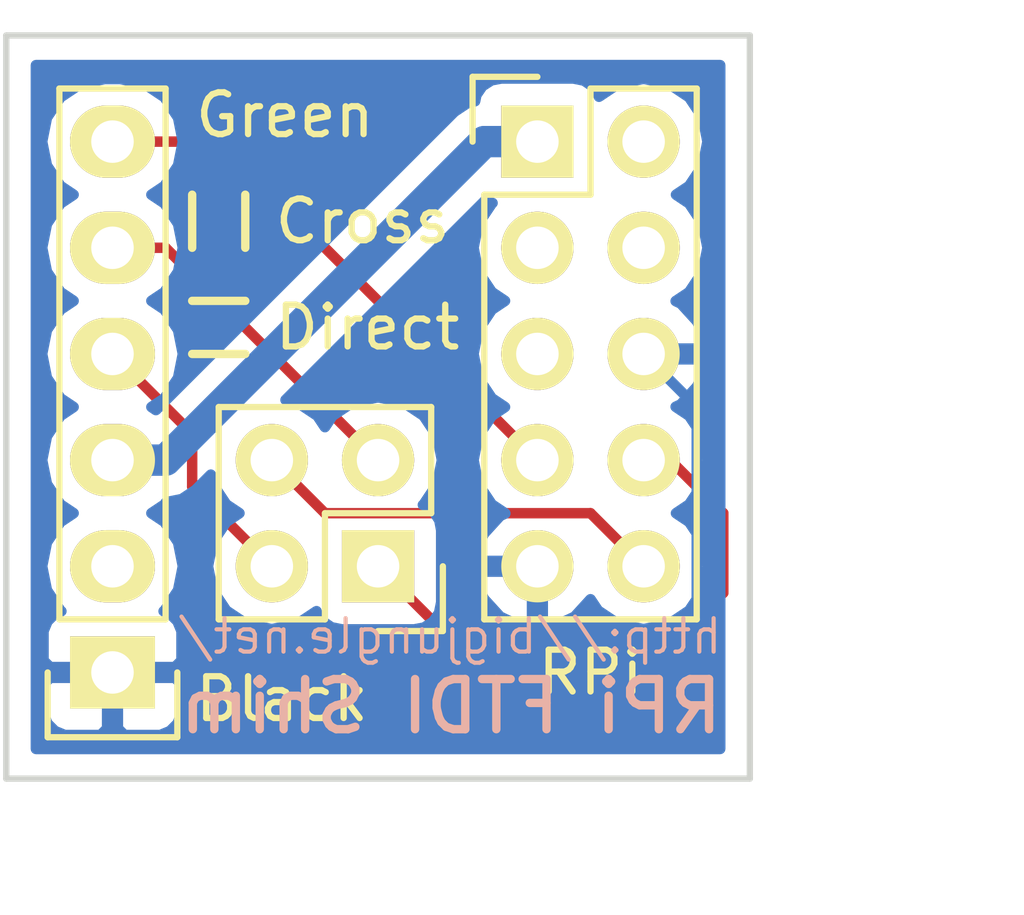
<source format=kicad_pcb>
(kicad_pcb (version 4) (host pcbnew "(2015-09-10 BZR 6177, Git 24409c6)-product")

  (general
    (links 8)
    (no_connects 0)
    (area 126.924999 101.524999 144.855001 119.455001)
    (thickness 1.6)
    (drawings 16)
    (tracks 30)
    (zones 0)
    (modules 3)
    (nets 8)
  )

  (page A4)
  (layers
    (0 F.Cu signal)
    (31 B.Cu signal)
    (32 B.Adhes user)
    (33 F.Adhes user)
    (34 B.Paste user)
    (35 F.Paste user)
    (36 B.SilkS user)
    (37 F.SilkS user)
    (38 B.Mask user)
    (39 F.Mask user)
    (40 Dwgs.User user)
    (41 Cmts.User user)
    (42 Eco1.User user)
    (43 Eco2.User user)
    (44 Edge.Cuts user)
    (45 Margin user)
    (46 B.CrtYd user)
    (47 F.CrtYd user)
    (48 B.Fab user)
    (49 F.Fab user)
  )

  (setup
    (last_trace_width 0.25)
    (trace_clearance 0.2)
    (zone_clearance 0.508)
    (zone_45_only no)
    (trace_min 0.2)
    (segment_width 0.2)
    (edge_width 0.15)
    (via_size 0.6)
    (via_drill 0.4)
    (via_min_size 0.4)
    (via_min_drill 0.3)
    (uvia_size 0.3)
    (uvia_drill 0.1)
    (uvias_allowed no)
    (uvia_min_size 0.2)
    (uvia_min_drill 0.1)
    (pcb_text_width 0.3)
    (pcb_text_size 1.5 1.5)
    (mod_edge_width 0.15)
    (mod_text_size 1 1)
    (mod_text_width 0.15)
    (pad_size 1.524 1.524)
    (pad_drill 0.762)
    (pad_to_mask_clearance 0.2)
    (aux_axis_origin 0 0)
    (visible_elements 7FFDFFFF)
    (pcbplotparams
      (layerselection 0x00030_80000001)
      (usegerberextensions false)
      (excludeedgelayer true)
      (linewidth 0.100000)
      (plotframeref false)
      (viasonmask false)
      (mode 1)
      (useauxorigin false)
      (hpglpennumber 1)
      (hpglpenspeed 20)
      (hpglpendiameter 15)
      (hpglpenoverlay 2)
      (psnegative false)
      (psa4output false)
      (plotreference true)
      (plotvalue true)
      (plotinvisibletext false)
      (padsonsilk false)
      (subtractmaskfromsilk false)
      (outputformat 1)
      (mirror false)
      (drillshape 1)
      (scaleselection 1)
      (outputdirectory ""))
  )

  (net 0 "")
  (net 1 "Net-(JP1-Pad1)")
  (net 2 "Net-(JP1-Pad7)")
  (net 3 "Net-(JP1-Pad8)")
  (net 4 "Net-(JP1-Pad10)")
  (net 5 "Net-(JP2-Pad4)")
  (net 6 "Net-(JP2-Pad5)")
  (net 7 GND)

  (net_class Default "This is the default net class."
    (clearance 0.2)
    (trace_width 0.25)
    (via_dia 0.6)
    (via_drill 0.4)
    (uvia_dia 0.3)
    (uvia_drill 0.1)
    (add_net GND)
    (add_net "Net-(JP1-Pad10)")
    (add_net "Net-(JP1-Pad7)")
    (add_net "Net-(JP1-Pad8)")
    (add_net "Net-(JP2-Pad4)")
    (add_net "Net-(JP2-Pad5)")
  )

  (net_class Power ""
    (clearance 0.2)
    (trace_width 0.75)
    (via_dia 0.6)
    (via_drill 0.4)
    (uvia_dia 0.3)
    (uvia_drill 0.1)
    (add_net "Net-(JP1-Pad1)")
  )

  (module Pin_Headers:Pin_Header_Straight_2x05 (layer F.Cu) (tedit 560F7C00) (tstamp 560EE4D5)
    (at 139.7 104.14)
    (descr "Through hole pin header")
    (tags "pin header")
    (path /560D9F72)
    (fp_text reference JP1 (at 1.27 -2.54) (layer F.Fab)
      (effects (font (size 1 1) (thickness 0.15)))
    )
    (fp_text value RPi (at 1.27 12.7) (layer F.SilkS)
      (effects (font (size 1 1) (thickness 0.15)))
    )
    (fp_line (start -1.75 -1.75) (end -1.75 11.95) (layer F.CrtYd) (width 0.05))
    (fp_line (start 4.3 -1.75) (end 4.3 11.95) (layer F.CrtYd) (width 0.05))
    (fp_line (start -1.75 -1.75) (end 4.3 -1.75) (layer F.CrtYd) (width 0.05))
    (fp_line (start -1.75 11.95) (end 4.3 11.95) (layer F.CrtYd) (width 0.05))
    (fp_line (start 3.81 -1.27) (end 3.81 11.43) (layer F.SilkS) (width 0.15))
    (fp_line (start 3.81 11.43) (end -1.27 11.43) (layer F.SilkS) (width 0.15))
    (fp_line (start -1.27 11.43) (end -1.27 1.27) (layer F.SilkS) (width 0.15))
    (fp_line (start 3.81 -1.27) (end 1.27 -1.27) (layer F.SilkS) (width 0.15))
    (fp_line (start 0 -1.55) (end -1.55 -1.55) (layer F.SilkS) (width 0.15))
    (fp_line (start 1.27 -1.27) (end 1.27 1.27) (layer F.SilkS) (width 0.15))
    (fp_line (start 1.27 1.27) (end -1.27 1.27) (layer F.SilkS) (width 0.15))
    (fp_line (start -1.55 -1.55) (end -1.55 0) (layer F.SilkS) (width 0.15))
    (pad 1 thru_hole rect (at 0 0) (size 1.7272 1.7272) (drill 1.016) (layers *.Cu *.Mask F.SilkS)
      (net 1 "Net-(JP1-Pad1)"))
    (pad 2 thru_hole oval (at 2.54 0) (size 1.7272 1.7272) (drill 1.016) (layers *.Cu *.Mask F.SilkS))
    (pad 3 thru_hole oval (at 0 2.54) (size 1.7272 1.7272) (drill 1.016) (layers *.Cu *.Mask F.SilkS))
    (pad 4 thru_hole oval (at 2.54 2.54) (size 1.7272 1.7272) (drill 1.016) (layers *.Cu *.Mask F.SilkS))
    (pad 5 thru_hole oval (at 0 5.08) (size 1.7272 1.7272) (drill 1.016) (layers *.Cu *.Mask F.SilkS))
    (pad 6 thru_hole oval (at 2.54 5.08) (size 1.7272 1.7272) (drill 1.016) (layers *.Cu *.Mask F.SilkS)
      (net 7 GND))
    (pad 7 thru_hole oval (at 0 7.62) (size 1.7272 1.7272) (drill 1.016) (layers *.Cu *.Mask F.SilkS)
      (net 2 "Net-(JP1-Pad7)"))
    (pad 8 thru_hole oval (at 2.54 7.62) (size 1.7272 1.7272) (drill 1.016) (layers *.Cu *.Mask F.SilkS)
      (net 3 "Net-(JP1-Pad8)"))
    (pad 9 thru_hole oval (at 0 10.16) (size 1.7272 1.7272) (drill 1.016) (layers *.Cu *.Mask F.SilkS)
      (net 7 GND))
    (pad 10 thru_hole oval (at 2.54 10.16) (size 1.7272 1.7272) (drill 1.016) (layers *.Cu *.Mask F.SilkS)
      (net 4 "Net-(JP1-Pad10)"))
    (model Pin_Headers.3dshapes/Pin_Header_Straight_2x05.wrl
      (at (xyz 0.05 -0.2 0))
      (scale (xyz 1 1 1))
      (rotate (xyz 0 0 90))
    )
  )

  (module Pin_Headers:Pin_Header_Straight_1x06 (layer F.Cu) (tedit 560F7C09) (tstamp 560EE4DF)
    (at 129.54 116.84 180)
    (descr "Through hole pin header")
    (tags "pin header")
    (path /560D9F97)
    (fp_text reference JP2 (at 0 15.24 180) (layer F.Fab)
      (effects (font (size 1 1) (thickness 0.15)))
    )
    (fp_text value FTDI (at 0 16.51 180) (layer F.Fab)
      (effects (font (size 1 1) (thickness 0.15)))
    )
    (fp_line (start -1.75 -1.75) (end -1.75 14.45) (layer F.CrtYd) (width 0.05))
    (fp_line (start 1.75 -1.75) (end 1.75 14.45) (layer F.CrtYd) (width 0.05))
    (fp_line (start -1.75 -1.75) (end 1.75 -1.75) (layer F.CrtYd) (width 0.05))
    (fp_line (start -1.75 14.45) (end 1.75 14.45) (layer F.CrtYd) (width 0.05))
    (fp_line (start 1.27 1.27) (end 1.27 13.97) (layer F.SilkS) (width 0.15))
    (fp_line (start 1.27 13.97) (end -1.27 13.97) (layer F.SilkS) (width 0.15))
    (fp_line (start -1.27 13.97) (end -1.27 1.27) (layer F.SilkS) (width 0.15))
    (fp_line (start 1.55 -1.55) (end 1.55 0) (layer F.SilkS) (width 0.15))
    (fp_line (start 1.27 1.27) (end -1.27 1.27) (layer F.SilkS) (width 0.15))
    (fp_line (start -1.55 0) (end -1.55 -1.55) (layer F.SilkS) (width 0.15))
    (fp_line (start -1.55 -1.55) (end 1.55 -1.55) (layer F.SilkS) (width 0.15))
    (pad 1 thru_hole rect (at 0 0 180) (size 2.032 1.7272) (drill 1.016) (layers *.Cu *.Mask F.SilkS)
      (net 7 GND))
    (pad 2 thru_hole oval (at 0 2.54 180) (size 2.032 1.7272) (drill 1.016) (layers *.Cu *.Mask F.SilkS))
    (pad 3 thru_hole oval (at 0 5.08 180) (size 2.032 1.7272) (drill 1.016) (layers *.Cu *.Mask F.SilkS)
      (net 1 "Net-(JP1-Pad1)"))
    (pad 4 thru_hole oval (at 0 7.62 180) (size 2.032 1.7272) (drill 1.016) (layers *.Cu *.Mask F.SilkS)
      (net 5 "Net-(JP2-Pad4)"))
    (pad 5 thru_hole oval (at 0 10.16 180) (size 2.032 1.7272) (drill 1.016) (layers *.Cu *.Mask F.SilkS)
      (net 6 "Net-(JP2-Pad5)"))
    (pad 6 thru_hole oval (at 0 12.7 180) (size 2.032 1.7272) (drill 1.016) (layers *.Cu *.Mask F.SilkS)
      (net 2 "Net-(JP1-Pad7)"))
    (model Pin_Headers.3dshapes/Pin_Header_Straight_1x06.wrl
      (at (xyz 0 -0.25 0))
      (scale (xyz 1 1 1))
      (rotate (xyz 0 0 90))
    )
  )

  (module Pin_Headers:Pin_Header_Straight_2x02 (layer F.Cu) (tedit 560F7C15) (tstamp 560EE4E7)
    (at 135.89 114.3 180)
    (descr "Through hole pin header")
    (tags "pin header")
    (path /560E317D)
    (fp_text reference JP3 (at 1.27 -2.54 180) (layer F.Fab)
      (effects (font (size 1 1) (thickness 0.15)))
    )
    (fp_text value Config (at 1.27 -3.81 180) (layer F.Fab)
      (effects (font (size 1 1) (thickness 0.15)))
    )
    (fp_line (start -1.75 -1.75) (end -1.75 4.3) (layer F.CrtYd) (width 0.05))
    (fp_line (start 4.3 -1.75) (end 4.3 4.3) (layer F.CrtYd) (width 0.05))
    (fp_line (start -1.75 -1.75) (end 4.3 -1.75) (layer F.CrtYd) (width 0.05))
    (fp_line (start -1.75 4.3) (end 4.3 4.3) (layer F.CrtYd) (width 0.05))
    (fp_line (start -1.55 0) (end -1.55 -1.55) (layer F.SilkS) (width 0.15))
    (fp_line (start 0 -1.55) (end -1.55 -1.55) (layer F.SilkS) (width 0.15))
    (fp_line (start -1.27 1.27) (end 1.27 1.27) (layer F.SilkS) (width 0.15))
    (fp_line (start 1.27 1.27) (end 1.27 -1.27) (layer F.SilkS) (width 0.15))
    (fp_line (start 1.27 -1.27) (end 3.81 -1.27) (layer F.SilkS) (width 0.15))
    (fp_line (start 3.81 -1.27) (end 3.81 3.81) (layer F.SilkS) (width 0.15))
    (fp_line (start 3.81 3.81) (end -1.27 3.81) (layer F.SilkS) (width 0.15))
    (fp_line (start -1.27 3.81) (end -1.27 1.27) (layer F.SilkS) (width 0.15))
    (pad 1 thru_hole rect (at 0 0 180) (size 1.7272 1.7272) (drill 1.016) (layers *.Cu *.Mask F.SilkS)
      (net 3 "Net-(JP1-Pad8)"))
    (pad 2 thru_hole oval (at 2.54 0 180) (size 1.7272 1.7272) (drill 1.016) (layers *.Cu *.Mask F.SilkS)
      (net 5 "Net-(JP2-Pad4)"))
    (pad 3 thru_hole oval (at 0 2.54 180) (size 1.7272 1.7272) (drill 1.016) (layers *.Cu *.Mask F.SilkS)
      (net 6 "Net-(JP2-Pad5)"))
    (pad 4 thru_hole oval (at 2.54 2.54 180) (size 1.7272 1.7272) (drill 1.016) (layers *.Cu *.Mask F.SilkS)
      (net 4 "Net-(JP1-Pad10)"))
    (model Pin_Headers.3dshapes/Pin_Header_Straight_2x02.wrl
      (at (xyz 0.05 -0.05 0))
      (scale (xyz 1 1 1))
      (rotate (xyz 0 0 90))
    )
  )

  (dimension 17.78 (width 0.3) (layer Dwgs.User)
    (gr_text "17.780 mm" (at 135.89 123.269999) (layer Dwgs.User)
      (effects (font (size 1.5 1.5) (thickness 0.3)))
    )
    (feature1 (pts (xy 144.78 119.38) (xy 144.78 124.619999)))
    (feature2 (pts (xy 127 119.38) (xy 127 124.619999)))
    (crossbar (pts (xy 127 121.919999) (xy 144.78 121.919999)))
    (arrow1a (pts (xy 144.78 121.919999) (xy 143.653496 122.50642)))
    (arrow1b (pts (xy 144.78 121.919999) (xy 143.653496 121.333578)))
    (arrow2a (pts (xy 127 121.919999) (xy 128.126504 122.50642)))
    (arrow2b (pts (xy 127 121.919999) (xy 128.126504 121.333578)))
  )
  (dimension 17.78 (width 0.3) (layer Dwgs.User)
    (gr_text "17.780 mm" (at 148.67 110.49 270) (layer Dwgs.User)
      (effects (font (size 1.5 1.5) (thickness 0.3)))
    )
    (feature1 (pts (xy 144.78 119.38) (xy 150.02 119.38)))
    (feature2 (pts (xy 144.78 101.6) (xy 150.02 101.6)))
    (crossbar (pts (xy 147.32 101.6) (xy 147.32 119.38)))
    (arrow1a (pts (xy 147.32 119.38) (xy 146.733579 118.253496)))
    (arrow1b (pts (xy 147.32 119.38) (xy 147.906421 118.253496)))
    (arrow2a (pts (xy 147.32 101.6) (xy 146.733579 102.726504)))
    (arrow2b (pts (xy 147.32 101.6) (xy 147.906421 102.726504)))
  )
  (gr_line (start 127 119.38) (end 144.78 119.38) (angle 90) (layer Edge.Cuts) (width 0.15))
  (gr_line (start 127 101.6) (end 127 119.38) (angle 90) (layer Edge.Cuts) (width 0.15))
  (gr_line (start 144.78 101.6) (end 127 101.6) (angle 90) (layer Edge.Cuts) (width 0.15))
  (gr_line (start 144.78 119.38) (end 144.78 101.6) (angle 90) (layer Edge.Cuts) (width 0.15))
  (gr_text http://bigjungle.net/ (at 144.1704 115.9764) (layer B.SilkS)
    (effects (font (size 0.8 0.8) (thickness 0.1)) (justify left mirror))
  )
  (gr_text "RPi FTDI Shim" (at 144.2212 117.6528) (layer B.SilkS)
    (effects (font (size 1.2 1.2) (thickness 0.2)) (justify left mirror))
  )
  (gr_text Cross (at 133.35 106.045) (layer F.SilkS)
    (effects (font (size 1 1) (thickness 0.15)) (justify left))
  )
  (gr_text Direct (at 133.35 108.585) (layer F.SilkS)
    (effects (font (size 1 1) (thickness 0.15)) (justify left))
  )
  (gr_line (start 131.445 109.22) (end 132.715 109.22) (angle 90) (layer F.SilkS) (width 0.2))
  (gr_line (start 131.445 107.95) (end 132.715 107.95) (angle 90) (layer F.SilkS) (width 0.2))
  (gr_line (start 132.715 105.41) (end 132.715 106.68) (angle 90) (layer F.SilkS) (width 0.2))
  (gr_line (start 131.445 105.41) (end 131.445 106.68) (angle 90) (layer F.SilkS) (width 0.2))
  (gr_text Green (at 131.445 103.505) (layer F.SilkS)
    (effects (font (size 1 1) (thickness 0.15)) (justify left))
  )
  (gr_text Black (at 131.445 117.475) (layer F.SilkS)
    (effects (font (size 1 1) (thickness 0.15)) (justify left))
  )

  (segment (start 129.54 111.76) (end 130.81 111.76) (width 0.75) (layer B.Cu) (net 1) (status 10))
  (segment (start 130.81 111.76) (end 138.43 104.14) (width 0.75) (layer B.Cu) (net 1) (tstamp 560F795A))
  (segment (start 138.43 104.14) (end 139.7 104.14) (width 0.75) (layer B.Cu) (net 1) (tstamp 560F795C) (status 20))
  (segment (start 129.54 104.14) (end 132.08 104.14) (width 0.25) (layer F.Cu) (net 2) (status 10))
  (segment (start 132.08 104.14) (end 139.7 111.76) (width 0.25) (layer F.Cu) (net 2) (status 20))
  (segment (start 142.24 111.76) (end 142.875 111.76) (width 0.25) (layer F.Cu) (net 3))
  (segment (start 142.875 111.76) (end 144.145 113.03) (width 0.25) (layer F.Cu) (net 3) (tstamp 560F929F))
  (segment (start 144.145 113.03) (end 144.145 114.935) (width 0.25) (layer F.Cu) (net 3) (tstamp 560F92A1))
  (segment (start 144.145 114.935) (end 142.875 116.205) (width 0.25) (layer F.Cu) (net 3) (tstamp 560F92AB))
  (segment (start 142.875 116.205) (end 137.795 116.205) (width 0.25) (layer F.Cu) (net 3) (tstamp 560F92B0))
  (segment (start 137.795 116.205) (end 135.89 114.3) (width 0.25) (layer F.Cu) (net 3) (tstamp 560F92B4))
  (segment (start 133.35 111.76) (end 134.62 113.03) (width 0.25) (layer F.Cu) (net 4) (status 10))
  (segment (start 140.97 113.03) (end 142.24 114.3) (width 0.25) (layer F.Cu) (net 4) (tstamp 560F7814) (status 20))
  (segment (start 134.62 113.03) (end 140.97 113.03) (width 0.25) (layer F.Cu) (net 4) (tstamp 560F7812))
  (segment (start 129.54 109.22) (end 131.445 111.125) (width 0.25) (layer F.Cu) (net 5) (status 10))
  (segment (start 131.445 112.395) (end 133.35 114.3) (width 0.25) (layer F.Cu) (net 5) (tstamp 560F7908) (status 20))
  (segment (start 131.445 111.125) (end 131.445 112.395) (width 0.25) (layer F.Cu) (net 5) (tstamp 560F7906))
  (segment (start 129.54 106.68) (end 130.81 106.68) (width 0.25) (layer F.Cu) (net 6) (status 10))
  (segment (start 130.81 106.68) (end 135.89 111.76) (width 0.25) (layer F.Cu) (net 6) (tstamp 560F77F9) (status 20))
  (segment (start 142.24 109.22) (end 143.51 110.49) (width 0.25) (layer B.Cu) (net 7))
  (segment (start 143.51 110.49) (end 143.51 111.125) (width 0.25) (layer B.Cu) (net 7) (tstamp 560F94CD))
  (segment (start 143.51 110.49) (end 143.51 111.125) (width 0.25) (layer B.Cu) (net 7) (tstamp 560F94BD))
  (segment (start 143.51 111.125) (end 143.51 116.205) (width 0.25) (layer B.Cu) (net 7) (tstamp 560F94D0))
  (segment (start 138.43 116.84) (end 142.875 116.84) (width 0.25) (layer B.Cu) (net 7))
  (segment (start 143.51 110.49) (end 143.51 116.205) (width 0.25) (layer B.Cu) (net 7) (tstamp 560F788F))
  (segment (start 142.875 116.84) (end 143.51 116.205) (width 0.25) (layer B.Cu) (net 7) (tstamp 560F9494))
  (segment (start 139.7 114.3) (end 139.7 115.57) (width 0.25) (layer B.Cu) (net 7))
  (segment (start 138.43 116.84) (end 137.16 116.84) (width 0.25) (layer B.Cu) (net 7) (tstamp 560F948C))
  (segment (start 139.7 115.57) (end 138.43 116.84) (width 0.25) (layer B.Cu) (net 7) (tstamp 560F9489))
  (segment (start 129.54 116.84) (end 137.16 116.84) (width 0.25) (layer B.Cu) (net 7))

  (zone (net 7) (net_name GND) (layer B.Cu) (tstamp 560F940E) (hatch edge 0.508)
    (connect_pads (clearance 0.508))
    (min_thickness 0.254)
    (fill yes (arc_segments 16) (thermal_gap 0.508) (thermal_bridge_width 0.508))
    (polygon
      (pts
        (xy 127 101.6) (xy 144.78 101.6) (xy 144.78 119.38) (xy 127 119.38)
      )
    )
    (filled_polygon
      (pts
        (xy 144.07 118.67) (xy 127.71 118.67) (xy 127.71 117.12575) (xy 127.889 117.12575) (xy 127.889 117.82991)
        (xy 127.985673 118.063299) (xy 128.164302 118.241927) (xy 128.397691 118.3386) (xy 129.25425 118.3386) (xy 129.413 118.17985)
        (xy 129.413 116.967) (xy 129.667 116.967) (xy 129.667 118.17985) (xy 129.82575 118.3386) (xy 130.682309 118.3386)
        (xy 130.915698 118.241927) (xy 131.094327 118.063299) (xy 131.191 117.82991) (xy 131.191 117.12575) (xy 131.03225 116.967)
        (xy 129.667 116.967) (xy 129.413 116.967) (xy 128.04775 116.967) (xy 127.889 117.12575) (xy 127.71 117.12575)
        (xy 127.71 104.14) (xy 127.856655 104.14) (xy 127.970729 104.713489) (xy 128.295585 105.19967) (xy 128.610366 105.41)
        (xy 128.295585 105.62033) (xy 127.970729 106.106511) (xy 127.856655 106.68) (xy 127.970729 107.253489) (xy 128.295585 107.73967)
        (xy 128.610366 107.95) (xy 128.295585 108.16033) (xy 127.970729 108.646511) (xy 127.856655 109.22) (xy 127.970729 109.793489)
        (xy 128.295585 110.27967) (xy 128.610366 110.49) (xy 128.295585 110.70033) (xy 127.970729 111.186511) (xy 127.856655 111.76)
        (xy 127.970729 112.333489) (xy 128.295585 112.81967) (xy 128.610366 113.03) (xy 128.295585 113.24033) (xy 127.970729 113.726511)
        (xy 127.856655 114.3) (xy 127.970729 114.873489) (xy 128.295585 115.35967) (xy 128.31778 115.3745) (xy 128.164302 115.438073)
        (xy 127.985673 115.616701) (xy 127.889 115.85009) (xy 127.889 116.55425) (xy 128.04775 116.713) (xy 129.413 116.713)
        (xy 129.413 116.693) (xy 129.667 116.693) (xy 129.667 116.713) (xy 131.03225 116.713) (xy 131.191 116.55425)
        (xy 131.191 115.85009) (xy 131.094327 115.616701) (xy 130.915698 115.438073) (xy 130.76222 115.3745) (xy 130.784415 115.35967)
        (xy 131.109271 114.873489) (xy 131.223345 114.3) (xy 131.109271 113.726511) (xy 130.784415 113.24033) (xy 130.469634 113.03)
        (xy 130.784415 112.81967) (xy 130.818769 112.768256) (xy 131.19651 112.693118) (xy 131.524178 112.474178) (xy 131.891112 112.107244)
        (xy 131.936115 112.333489) (xy 132.260971 112.81967) (xy 132.575752 113.03) (xy 132.260971 113.24033) (xy 131.936115 113.726511)
        (xy 131.822041 114.3) (xy 131.936115 114.873489) (xy 132.260971 115.35967) (xy 132.747152 115.684526) (xy 133.320641 115.7986)
        (xy 133.379359 115.7986) (xy 133.952848 115.684526) (xy 134.418442 115.373426) (xy 134.423238 115.398917) (xy 134.56231 115.615041)
        (xy 134.77451 115.760031) (xy 135.0264 115.81104) (xy 136.7536 115.81104) (xy 136.988917 115.766762) (xy 137.205041 115.62769)
        (xy 137.350031 115.41549) (xy 137.40104 115.1636) (xy 137.40104 114.659026) (xy 138.245042 114.659026) (xy 138.417312 115.074947)
        (xy 138.81151 115.506821) (xy 139.340973 115.754968) (xy 139.573 115.634469) (xy 139.573 114.427) (xy 138.366183 114.427)
        (xy 138.245042 114.659026) (xy 137.40104 114.659026) (xy 137.40104 113.4364) (xy 137.356762 113.201083) (xy 137.21769 112.984959)
        (xy 137.00549 112.839969) (xy 136.961869 112.831136) (xy 136.979029 112.81967) (xy 137.303885 112.333489) (xy 137.417959 111.76)
        (xy 137.303885 111.186511) (xy 136.979029 110.70033) (xy 136.492848 110.375474) (xy 135.919359 110.2614) (xy 135.860641 110.2614)
        (xy 135.287152 110.375474) (xy 134.800971 110.70033) (xy 134.62 110.971172) (xy 134.439029 110.70033) (xy 133.952848 110.375474)
        (xy 133.677627 110.320729) (xy 138.473901 105.524455) (xy 138.58451 105.600031) (xy 138.628131 105.608864) (xy 138.610971 105.62033)
        (xy 138.286115 106.106511) (xy 138.172041 106.68) (xy 138.286115 107.253489) (xy 138.610971 107.73967) (xy 138.925752 107.95)
        (xy 138.610971 108.16033) (xy 138.286115 108.646511) (xy 138.172041 109.22) (xy 138.286115 109.793489) (xy 138.610971 110.27967)
        (xy 138.925752 110.49) (xy 138.610971 110.70033) (xy 138.286115 111.186511) (xy 138.172041 111.76) (xy 138.286115 112.333489)
        (xy 138.610971 112.81967) (xy 138.934228 113.035664) (xy 138.81151 113.093179) (xy 138.417312 113.525053) (xy 138.245042 113.940974)
        (xy 138.366183 114.173) (xy 139.573 114.173) (xy 139.573 114.153) (xy 139.827 114.153) (xy 139.827 114.173)
        (xy 139.847 114.173) (xy 139.847 114.427) (xy 139.827 114.427) (xy 139.827 115.634469) (xy 140.059027 115.754968)
        (xy 140.58849 115.506821) (xy 140.970008 115.088839) (xy 141.150971 115.35967) (xy 141.637152 115.684526) (xy 142.210641 115.7986)
        (xy 142.269359 115.7986) (xy 142.842848 115.684526) (xy 143.329029 115.35967) (xy 143.653885 114.873489) (xy 143.767959 114.3)
        (xy 143.653885 113.726511) (xy 143.329029 113.24033) (xy 143.014248 113.03) (xy 143.329029 112.81967) (xy 143.653885 112.333489)
        (xy 143.767959 111.76) (xy 143.653885 111.186511) (xy 143.329029 110.70033) (xy 143.005772 110.484336) (xy 143.12849 110.426821)
        (xy 143.522688 109.994947) (xy 143.694958 109.579026) (xy 143.573817 109.347) (xy 142.367 109.347) (xy 142.367 109.367)
        (xy 142.113 109.367) (xy 142.113 109.347) (xy 142.093 109.347) (xy 142.093 109.093) (xy 142.113 109.093)
        (xy 142.113 109.073) (xy 142.367 109.073) (xy 142.367 109.093) (xy 143.573817 109.093) (xy 143.694958 108.860974)
        (xy 143.522688 108.445053) (xy 143.12849 108.013179) (xy 143.005772 107.955664) (xy 143.329029 107.73967) (xy 143.653885 107.253489)
        (xy 143.767959 106.68) (xy 143.653885 106.106511) (xy 143.329029 105.62033) (xy 143.014248 105.41) (xy 143.329029 105.19967)
        (xy 143.653885 104.713489) (xy 143.767959 104.14) (xy 143.653885 103.566511) (xy 143.329029 103.08033) (xy 142.842848 102.755474)
        (xy 142.269359 102.6414) (xy 142.210641 102.6414) (xy 141.637152 102.755474) (xy 141.171558 103.066574) (xy 141.166762 103.041083)
        (xy 141.02769 102.824959) (xy 140.81549 102.679969) (xy 140.5636 102.62896) (xy 138.8364 102.62896) (xy 138.601083 102.673238)
        (xy 138.384959 102.81231) (xy 138.239969 103.02451) (xy 138.209734 103.173814) (xy 138.04349 103.206882) (xy 137.715822 103.425822)
        (xy 130.578741 110.562903) (xy 130.469634 110.49) (xy 130.784415 110.27967) (xy 131.109271 109.793489) (xy 131.223345 109.22)
        (xy 131.109271 108.646511) (xy 130.784415 108.16033) (xy 130.469634 107.95) (xy 130.784415 107.73967) (xy 131.109271 107.253489)
        (xy 131.223345 106.68) (xy 131.109271 106.106511) (xy 130.784415 105.62033) (xy 130.469634 105.41) (xy 130.784415 105.19967)
        (xy 131.109271 104.713489) (xy 131.223345 104.14) (xy 131.109271 103.566511) (xy 130.784415 103.08033) (xy 130.298234 102.755474)
        (xy 129.724745 102.6414) (xy 129.355255 102.6414) (xy 128.781766 102.755474) (xy 128.295585 103.08033) (xy 127.970729 103.566511)
        (xy 127.856655 104.14) (xy 127.71 104.14) (xy 127.71 102.31) (xy 144.07 102.31)
      )
    )
  )
)

</source>
